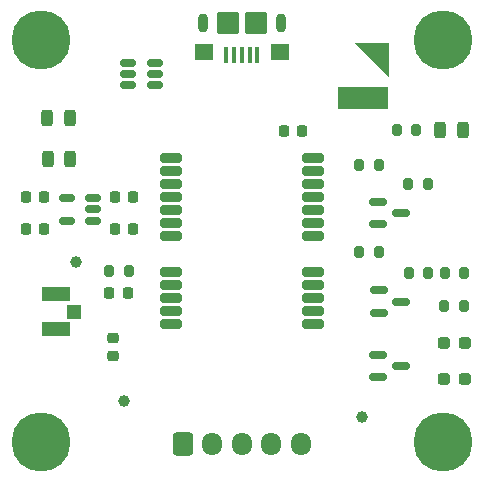
<source format=gbr>
%TF.GenerationSoftware,KiCad,Pcbnew,8.0.6*%
%TF.CreationDate,2024-10-28T16:54:01-06:00*%
%TF.ProjectId,GPS Module,47505320-4d6f-4647-956c-652e6b696361,rev?*%
%TF.SameCoordinates,Original*%
%TF.FileFunction,Soldermask,Top*%
%TF.FilePolarity,Negative*%
%FSLAX46Y46*%
G04 Gerber Fmt 4.6, Leading zero omitted, Abs format (unit mm)*
G04 Created by KiCad (PCBNEW 8.0.6) date 2024-10-28 16:54:01*
%MOMM*%
%LPD*%
G01*
G04 APERTURE LIST*
G04 Aperture macros list*
%AMRoundRect*
0 Rectangle with rounded corners*
0 $1 Rounding radius*
0 $2 $3 $4 $5 $6 $7 $8 $9 X,Y pos of 4 corners*
0 Add a 4 corners polygon primitive as box body*
4,1,4,$2,$3,$4,$5,$6,$7,$8,$9,$2,$3,0*
0 Add four circle primitives for the rounded corners*
1,1,$1+$1,$2,$3*
1,1,$1+$1,$4,$5*
1,1,$1+$1,$6,$7*
1,1,$1+$1,$8,$9*
0 Add four rect primitives between the rounded corners*
20,1,$1+$1,$2,$3,$4,$5,0*
20,1,$1+$1,$4,$5,$6,$7,0*
20,1,$1+$1,$6,$7,$8,$9,0*
20,1,$1+$1,$8,$9,$2,$3,0*%
G04 Aperture macros list end*
%ADD10C,0.000100*%
%ADD11C,1.000000*%
%ADD12RoundRect,0.225000X-0.225000X-0.250000X0.225000X-0.250000X0.225000X0.250000X-0.225000X0.250000X0*%
%ADD13RoundRect,0.200000X0.200000X0.275000X-0.200000X0.275000X-0.200000X-0.275000X0.200000X-0.275000X0*%
%ADD14RoundRect,0.200000X-0.200000X-0.275000X0.200000X-0.275000X0.200000X0.275000X-0.200000X0.275000X0*%
%ADD15C,2.900000*%
%ADD16C,5.000000*%
%ADD17O,0.900000X1.600000*%
%ADD18RoundRect,0.250000X0.550000X0.450000X-0.550000X0.450000X-0.550000X-0.450000X0.550000X-0.450000X0*%
%ADD19RoundRect,0.250000X0.700000X0.700000X-0.700000X0.700000X-0.700000X-0.700000X0.700000X-0.700000X0*%
%ADD20RoundRect,0.100000X0.100000X0.575000X-0.100000X0.575000X-0.100000X-0.575000X0.100000X-0.575000X0*%
%ADD21RoundRect,0.150000X-0.587500X-0.150000X0.587500X-0.150000X0.587500X0.150000X-0.587500X0.150000X0*%
%ADD22RoundRect,0.243750X-0.243750X-0.456250X0.243750X-0.456250X0.243750X0.456250X-0.243750X0.456250X0*%
%ADD23RoundRect,0.200000X-0.700000X-0.200000X0.700000X-0.200000X0.700000X0.200000X-0.700000X0.200000X0*%
%ADD24RoundRect,0.237500X-0.287500X-0.237500X0.287500X-0.237500X0.287500X0.237500X-0.287500X0.237500X0*%
%ADD25RoundRect,0.225000X0.225000X0.250000X-0.225000X0.250000X-0.225000X-0.250000X0.225000X-0.250000X0*%
%ADD26RoundRect,0.218750X-0.218750X-0.256250X0.218750X-0.256250X0.218750X0.256250X-0.218750X0.256250X0*%
%ADD27RoundRect,0.225000X-0.250000X0.225000X-0.250000X-0.225000X0.250000X-0.225000X0.250000X0.225000X0*%
%ADD28RoundRect,0.102000X0.525000X-0.500000X0.525000X0.500000X-0.525000X0.500000X-0.525000X-0.500000X0*%
%ADD29RoundRect,0.102000X1.100000X-0.525000X1.100000X0.525000X-1.100000X0.525000X-1.100000X-0.525000X0*%
%ADD30RoundRect,0.150000X-0.512500X-0.150000X0.512500X-0.150000X0.512500X0.150000X-0.512500X0.150000X0*%
%ADD31RoundRect,0.150000X0.512500X0.150000X-0.512500X0.150000X-0.512500X-0.150000X0.512500X-0.150000X0*%
%ADD32RoundRect,0.250000X-0.600000X-0.725000X0.600000X-0.725000X0.600000X0.725000X-0.600000X0.725000X0*%
%ADD33O,1.700000X1.950000*%
%ADD34RoundRect,0.102000X-2.050000X-0.850000X2.050000X-0.850000X2.050000X0.850000X-2.050000X0.850000X0*%
G04 APERTURE END LIST*
D10*
%TO.C,BT1*%
X142370000Y-56040000D02*
X139570000Y-53240000D01*
X142370000Y-53240000D01*
X142370000Y-56040000D01*
G36*
X142370000Y-56040000D02*
G01*
X139570000Y-53240000D01*
X142370000Y-53240000D01*
X142370000Y-56040000D01*
G37*
%TD*%
D11*
%TO.C,Vin1*%
X120040000Y-83540000D03*
%TD*%
%TO.C,GND1*%
X140210000Y-84850000D03*
%TD*%
%TO.C,3.3V1*%
X115920000Y-71750000D03*
%TD*%
D12*
%TO.C,C2*%
X133555000Y-60660000D03*
X135105000Y-60660000D03*
%TD*%
D13*
%TO.C,R1*%
X141605000Y-63520000D03*
X139955000Y-63520000D03*
%TD*%
D14*
%TO.C,R8*%
X147165000Y-72680000D03*
X148815000Y-72680000D03*
%TD*%
D15*
%TO.C,REF\u002A\u002A*%
X113000000Y-87000000D03*
D16*
X113000000Y-87000000D03*
%TD*%
D17*
%TO.C,J2*%
X126700000Y-51560000D03*
D18*
X126800000Y-54010000D03*
D19*
X128800000Y-51560000D03*
X131200000Y-51560000D03*
D18*
X133200000Y-54010000D03*
D17*
X133300000Y-51560000D03*
D20*
X128700000Y-54235000D03*
X129350000Y-54235000D03*
X130000000Y-54235000D03*
X130650000Y-54235000D03*
X131300000Y-54235000D03*
%TD*%
D13*
%TO.C,R6*%
X144755000Y-60560000D03*
X143105000Y-60560000D03*
%TD*%
D21*
%TO.C,Q2*%
X141572500Y-74170000D03*
X141572500Y-76070000D03*
X143447500Y-75120000D03*
%TD*%
D22*
%TO.C,D2*%
X113542500Y-59600000D03*
X115417500Y-59600000D03*
%TD*%
D12*
%TO.C,C3*%
X119225000Y-68980000D03*
X120775000Y-68980000D03*
%TD*%
%TO.C,C4*%
X119225000Y-66260000D03*
X120775000Y-66260000D03*
%TD*%
D15*
%TO.C,REF\u002A\u002A*%
X113000000Y-53000000D03*
D16*
X113000000Y-53000000D03*
%TD*%
D13*
%TO.C,R5*%
X120405000Y-72560000D03*
X118755000Y-72560000D03*
%TD*%
D23*
%TO.C,U1*%
X136000000Y-63000000D03*
X136000000Y-64100000D03*
X136000000Y-65200000D03*
X136000000Y-66300000D03*
X136000000Y-67400000D03*
X136000000Y-68500000D03*
X136000000Y-69600000D03*
X136000000Y-72600000D03*
X136000000Y-73700000D03*
X136000000Y-74800000D03*
X136000000Y-75900000D03*
X136000000Y-77000000D03*
X124000000Y-77000000D03*
X124000000Y-75900000D03*
X124000000Y-74800000D03*
X124000000Y-73700000D03*
X124000000Y-72600000D03*
X124000000Y-69600000D03*
X124000000Y-68500000D03*
X124000000Y-67400000D03*
X124000000Y-66300000D03*
X124000000Y-65200000D03*
X124000000Y-64100000D03*
X124000000Y-63000000D03*
%TD*%
D24*
%TO.C,Pwr1*%
X147145000Y-81650000D03*
X148895000Y-81650000D03*
%TD*%
D25*
%TO.C,C6*%
X113245000Y-68970000D03*
X111695000Y-68970000D03*
%TD*%
D14*
%TO.C,R4*%
X144135000Y-72670000D03*
X145785000Y-72670000D03*
%TD*%
D26*
%TO.C,L1*%
X118782500Y-74360000D03*
X120357500Y-74360000D03*
%TD*%
D22*
%TO.C,D3*%
X146812500Y-60580000D03*
X148687500Y-60580000D03*
%TD*%
D14*
%TO.C,R3*%
X144095000Y-65160000D03*
X145745000Y-65160000D03*
%TD*%
D13*
%TO.C,R2*%
X141605000Y-70880000D03*
X139955000Y-70880000D03*
%TD*%
D27*
%TO.C,C1*%
X119090000Y-78165000D03*
X119090000Y-79715000D03*
%TD*%
D24*
%TO.C,PPS1*%
X147145000Y-78620000D03*
X148895000Y-78620000D03*
%TD*%
D28*
%TO.C,J1*%
X115775000Y-75970000D03*
D29*
X114250000Y-77445000D03*
X114250000Y-74495000D03*
%TD*%
D15*
%TO.C,REF\u002A\u002A*%
X147000000Y-87000000D03*
D16*
X147000000Y-87000000D03*
%TD*%
D30*
%TO.C,U2*%
X120342500Y-54897500D03*
X120342500Y-55847500D03*
X120342500Y-56797500D03*
X122617500Y-56797500D03*
X122617500Y-55847500D03*
X122617500Y-54897500D03*
%TD*%
D25*
%TO.C,C5*%
X113245000Y-66260000D03*
X111695000Y-66260000D03*
%TD*%
D22*
%TO.C,D1*%
X115437500Y-63080000D03*
X113562500Y-63080000D03*
%TD*%
D14*
%TO.C,R7*%
X147145000Y-75510000D03*
X148795000Y-75510000D03*
%TD*%
D21*
%TO.C,Q3*%
X141562500Y-79600000D03*
X141562500Y-81500000D03*
X143437500Y-80550000D03*
%TD*%
D15*
%TO.C,REF\u002A\u002A*%
X147000000Y-53000000D03*
D16*
X147000000Y-53000000D03*
%TD*%
D31*
%TO.C,U3*%
X117437500Y-68262500D03*
X117437500Y-67312500D03*
X117437500Y-66362500D03*
X115162500Y-66362500D03*
X115162500Y-68262500D03*
%TD*%
D32*
%TO.C,J3*%
X125000000Y-87200000D03*
D33*
X127500000Y-87200000D03*
X130000000Y-87200000D03*
X132500000Y-87200000D03*
X135000000Y-87200000D03*
%TD*%
D34*
%TO.C,BT1*%
X140220000Y-57890000D03*
%TD*%
D21*
%TO.C,Q1*%
X141562500Y-66650000D03*
X141562500Y-68550000D03*
X143437500Y-67600000D03*
%TD*%
M02*

</source>
